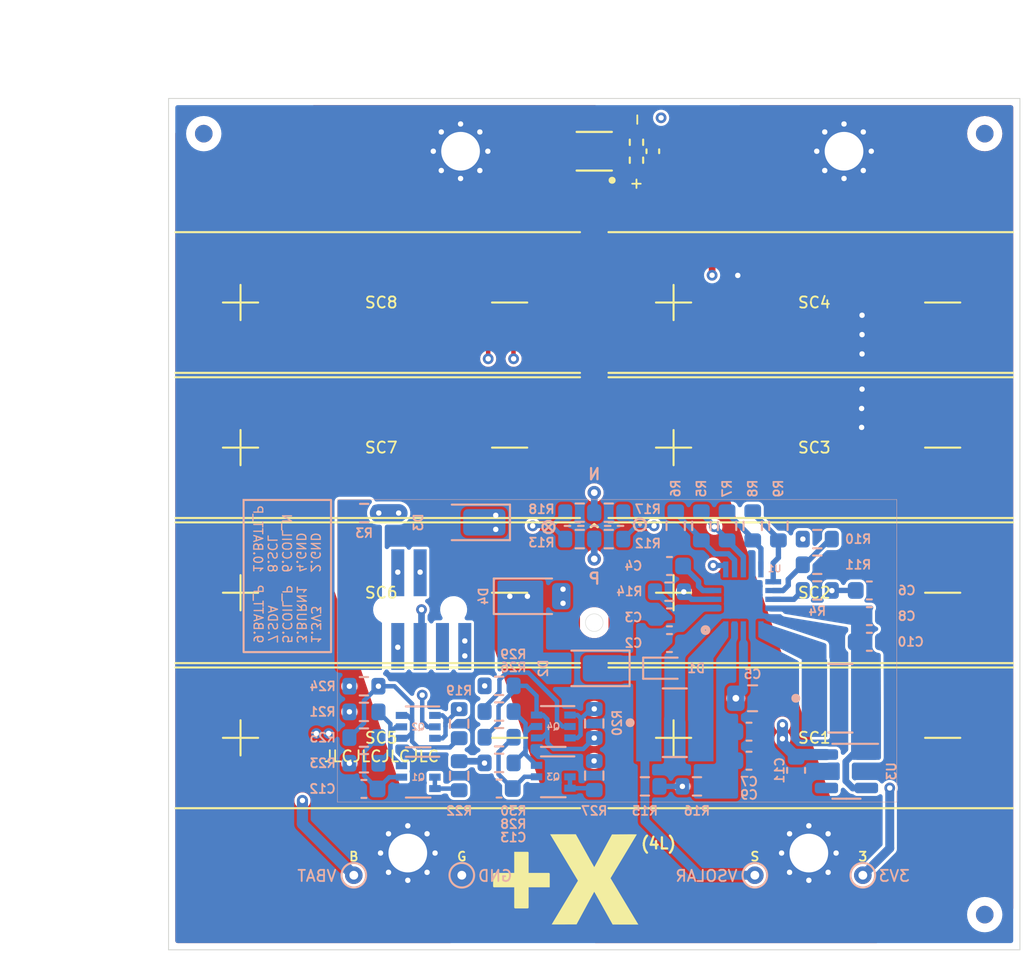
<source format=kicad_pcb>
(kicad_pcb (version 20221018) (generator pcbnew)
  (layers (0 "F.Cu" signal "Top") (1 "In1.Cu" signal) (2 "In2.Cu" signal) (31 "B.Cu" signal "Bottom") (34 "B.Paste" user) (35 "F.Paste" user) (36 "B.SilkS" user "B.Silkscreen") (37 "F.SilkS" user "F.Silkscreen") (38 "B.Mask" user) (39 "F.Mask" user) (44 "Edge.Cuts" user))
  (net 0 "")
  (net 1 "GND")
  (net 2 "+3V3")
  (net 3 "Net-(U1-VREF_SAMP)")
  (net 4 "Net-(U1-VSTOR)")
  (net 5 "VOUT_EN")
  (net 6 "VSOLAR")
  (net 7 "VBAT_OK")
  (net 8 "SDA")
  (net 9 "BATT_P")
  (net 10 "COIL_N")
  (net 11 "COIL_P")
  (net 12 "Net-(D3-K)")
  (net 13 "Net-(U1-LBOOST)")
  (net 14 "Net-(U1-LBUCK)")
  (net 15 "Net-(U1-VBAT_OV)")
  (net 16 "Net-(U1-OK_HYST)")
  (net 17 "Net-(U1-OK_PROG)")
  (net 18 "/coil")
  (net 19 "/VSOLAR_FULL")
  (net 20 "BURN1")
  (net 21 "Net-(U1-VOUT_SET)")
  (net 22 "Net-(U1-VOC_SAMP)")
  (net 23 "SCL")
  (net 24 "Net-(Q1B-G1)")
  (net 25 "Net-(Q3B-G1)")
  (net 26 "Net-(Q1A-G2)")
  (net 27 "SCL_LS")
  (net 28 "Net-(Q1A-D1)")
  (net 29 "Net-(Q2A-B1)")
  (net 30 "Net-(Q3A-G2)")
  (net 31 "SDA_LS")
  (net 32 "Net-(Q3A-D1)")
  (net 33 "Net-(Q4A-B1)")
  (net 34 "VBAT")
  (net 35 "Net-(U1-VRDIV)")
  (net 36 "Net-(U2-ADDR)")
  (net 38 "Net-(U1-VOUT)")
  (footprint "solarpanels:KXOB25-05X3F" (layer "F.Cu") (at 83.89 78.65)
    (fp_text reference "SC5")
    (fp_text value "SolarCell_Small")
  )
  (footprint "solarpanels:KXOB25-05X3F" (layer "F.Cu") (at 83.89 70.4)
    (fp_text reference "SC6")
    (fp_text value "SolarCell_Small")
  )
  (footprint "solarpanels:KXOB25-05X3F" (layer "F.Cu") (at 83.89 62.149996)
    (fp_text reference "SC7")
    (fp_text value "SolarCell_Small")
  )
  (footprint "solarpanels:KXOB25-05X3F" (layer "F.Cu") (at 108.51 78.65)
    (fp_text reference "SC1")
    (fp_text value "SolarCell_Small")
  )
  (footprint "solarpanels:KXOB25-05X3F" (layer "F.Cu") (at 108.51 70.4)
    (fp_text reference "SC2")
    (fp_text value "SolarCell_Small")
  )
  (footprint "solarpanels:KXOB25-05X3F" (layer "F.Cu") (at 108.51 62.149996)
    (fp_text reference "SC3")
    (fp_text value "SolarCell_Small")
  )
  (footprint "solarpanels:KXOB25-05X3F" (layer "F.Cu") (at 108.51 53.9)
    (fp_text reference "SC4")
    (fp_text value "SolarCell_Small")
  )
  (footprint "Capacitor_SMD:C_0402_1005Metric" (layer "F.Cu") (at 110.03 45.3 -90)
    (fp_text reference "C1" hide)
    (fp_text value "0.1uF")
  )
  (footprint "Resistor_SMD:R_0402_1005Metric" (layer "F.Cu") (at 109.1 45.81 -90)
    (fp_text reference "R1" hide)
    (fp_text value "0R")
  )
  (footprint "Resistor_SMD:R_0402_1005Metric" (layer "F.Cu") (at 109.1 44.79 -90)
    (fp_text reference "R2" hide)
    (fp_text value "0R")
  )
  (footprint "solarpanels:MountingHole_2.2mm_M2_DIN965_Pad_TopBottom" (layer "F.Cu") (at 99.100005 45.300011)
    (fp_text reference "H2" hide)
    (fp_text value "MountingHole")
  )
  (footprint "solarpanels:KXOB25-05X3F" (layer "F.Cu") (at 83.89 53.9)
    (fp_text reference "SC8")
    (fp_text value "SolarCell_Small")
  )
  (footprint "Fiducial:Fiducial_1mm_Mask2mm" (layer "F.Cu") (at 128.9 88.7)
    (fp_text reference "REF**" hide)
    (fp_text value "Fiducial_1mm_Mask2mm")
  )
  (footprint "Fiducial:Fiducial_1mm_Mask2mm" (layer "F.Cu") (at 128.9 44.3)
    (fp_text reference "REF**" hide)
    (fp_text value "Fiducial_1mm_Mask2mm")
  )
  (footprint "solarpanels:MountingHole_2.2mm_M2_DIN965_Pad_TopBottom" (layer "F.Cu") (at 118.9 85.2)
    (fp_text reference "H4" hide)
    (fp_text value "MountingHole")
  )
  (footprint "solarpanels:MountingHole_2.2mm_M2_DIN965_Pad_TopBottom" (layer "F.Cu") (at 96.1 85.2)
    (fp_text reference "H3" hide)
    (fp_text value "MountingHole")
  )
  (footprint "Fiducial:Fiducial_1mm_Mask2mm" (layer "F.Cu") (at 84.5 44.3)
    (fp_text reference "REF**" hide)
    (fp_text value "Fiducial_1mm_Mask2mm")
  )
  (footprint "solarpanels:OPT3001" (layer "F.Cu") (at 106.7 45.3 180)
    (fp_text reference "U2" hide)
    (fp_text value "OPT3001")
  )
  (footprint "X Label" (layer "F.Cu") (at 106.7 88.205445)
    (fp_text reference "REF**" hide)
    (fp_text value "X Label" hide)
  )
  (footprint "solarpanels:MountingHole_2.2mm_M2_DIN965_Pad_TopBottom" (layer "F.Cu") (at 120.900012 45.300011)
    (fp_text reference "H1" hide)
    (fp_text value "MountingHole")
  )
  (footprint "Capacitor_SMD:C_0805_2012Metric" (layer "B.Cu") (at 115.7 76.4)
    (fp_text reference "C5")
    (fp_text value "100uF")
  )
  (footprint "Capacitor_SMD:C_0603_1608Metric" (layer "B.Cu") (at 115.5 79.95)
    (fp_text reference "C9")
    (fp_text value "0.1uF")
  )
  (footprint "Capacitor_SMD:C_0603_1608Metric" (layer "B.Cu") (at 122.34 71.73)
    (fp_text reference "C8")
    (fp_text value "22uF")
  )
  (footprint "Capacitor_SMD:C_0603_1608Metric" (layer "B.Cu") (at 122.34 70.27)
    (fp_text reference "C6")
    (fp_text value "1uF")
  )
  (footprint "Capacitor_SMD:C_0603_1608Metric" (layer "B.Cu") (at 110.975 68.88 180)
    (fp_text reference "C4")
    (fp_text value "10nF")
  )
  (footprint "solarpanels:LPS4018" (layer "B.Cu") (at 120.7 76.4)
    (fp_text reference "L2" hide)
    (fp_text value "10uH-LPS4018-103MR" hide)
  )
  (footprint "Resistor_SMD:R_0603_1608Metric" (layer "B.Cu") (at 109.58 81.41)
    (fp_text reference "R15")
    (fp_text value "DNI (0R)")
  )
  (footprint "Resistor_SMD:R_0603_1608Metric" (layer "B.Cu") (at 117.17 66.6 -90)
    (fp_text reference "R9")
    (fp_text value "4.53M")
  )
  (footprint "Resistor_SMD:R_0603_1608Metric" (layer "B.Cu") (at 119.38 68.81 180)
    (fp_text reference "R11")
    (fp_text value "4.75M")
  )
  (footprint "Resistor_SMD:R_0603_1608Metric" (layer "B.Cu") (at 114.25 66.6 -90)
    (fp_text reference "R7")
    (fp_text value "374K")
  )
  (footprint "Resistor_SMD:R_0603_1608Metric" (layer "B.Cu") (at 119.38 70.27)
    (fp_text reference "R4")
    (fp_text value "0R")
  )
  (footprint "Resistor_SMD:R_0603_1608Metric" (layer "B.Cu") (at 115.71 66.6 -90)
    (fp_text reference "R8")
    (fp_text value "8.25M")
  )
  (footprint "Resistor_SMD:R_0603_1608Metric" (layer "B.Cu") (at 110.975 70.34 180)
    (fp_text reference "R14")
    (fp_text value "DNI (0R)")
  )
  (footprint "Resistor_SMD:R_0603_1608Metric" (layer "B.Cu") (at 119.38 67.35 180)
    (fp_text reference "R10")
    (fp_text value "8.25M")
  )
  (footprint "solarpanels:QFN50P350X350X100-21N-D" (layer "B.Cu") (at 115.175 70.775)
    (fp_text reference "U1")
    (fp_text value "BQ25570RGRR" hide)
  )
  (footprint "solarpanels:LPS4018" (layer "B.Cu") (at 111.27924 77.78963)
    (fp_text reference "L1" hide)
    (fp_text value "22uH-LPS4018-223MR" hide)
  )
  (footprint "Resistor_SMD:R_0603_1608Metric" (layer "B.Cu") (at 112.54 81.41 180)
    (fp_text reference "R16")
    (fp_text value "0R")
  )
  (footprint "Resistor_SMD:R_0603_1608Metric" (layer "B.Cu") (at 112.79 66.6 90)
    (fp_text reference "R5")
    (fp_text value "7.32M")
  )
  (footprint "Capacitor_SMD:C_0603_1608Metric" (layer "B.Cu") (at 115.5 78.3)
    (fp_text reference "C7")
    (fp_text value "4.7uF")
  )
  (footprint "Resistor_SMD:R_0603_1608Metric" (layer "B.Cu") (at 111.33 66.6 90)
    (fp_text reference "R6")
    (fp_text value "5.62M")
  )
  (footprint "Capacitor_SMD:C_0603_1608Metric" (layer "B.Cu") (at 110.975 71.8 180)
    (fp_text reference "C3")
    (fp_text value "4.7uF")
  )
  (footprint "TestPoint:TestPoint_THTPad_D1.0mm_Drill0.5mm" (layer "B.Cu") (at 99.17 86.46)
    (fp_text reference "TP2" hide)
    (fp_text value "TP")
  )
  (footprint "TestPoint:TestPoint_THTPad_D1.0mm_Drill0.5mm" (layer "B.Cu") (at 121.97 86.46)
    (fp_text reference "TP3" hide)
    (fp_text value "TP")
  )
  (footprint "TestPoint:TestPoint_THTPad_D1.0mm_Drill0.5mm" (layer "B.Cu") (at 93.03 86.46)
    (fp_text reference "TP4" hide)
    (fp_text value "TP")
  )
  (footprint "TestPoint:TestPoint_THTPad_D1.0mm_Drill0.5mm" (layer "B.Cu") (at 115.83 86.46)
    (fp_text reference "TP1" hide)
    (fp_text value "TP")
  )
  (footprint "Resistor_SMD:R_0603_1608Metric" (layer "B.Cu") (at 105.875 65.85)
    (fp_text reference "R18")
    (fp_text value "0R")
  )
  (footprint "Resistor_SMD:R_0603_1608Metric" (layer "B.Cu") (at 107.525 65.85)
    (fp_text reference "R17")
    (fp_text value "0R")
  )
  (footprint "Resistor_SMD:R_0603_1608Metric" (layer "B.Cu") (at 107.525 67.35)
    (fp_text reference "R12")
    (fp_text value "0R")
  )
  (footprint "Resistor_SMD:R_0603_1608Metric" (layer "B.Cu") (at 105.875 67.35)
    (fp_text reference "R13")
    (fp_text value "0R")
  )
  (footprint "Diode_SMD:D_SOD-523" (layer "B.Cu") (at 110.74 74.69)
    (fp_text reference "D1")
    (fp_text value "SZMM5Z5V1T1G")
  )
  (footprint "custom-footprints:pycubed_mini_half" (layer "B.Cu") (at 107 44.5 180)
    (fp_text reference "Ref**" hide)
    (fp_text value "Val**" hide)
  )
  (footprint "Resistor_SMD:R_0603_1608Metric" (layer "B.Cu") (at 99.02 80.805 -90)
    (fp_text reference "R22")
    (fp_text value "100K")
  )
  (footprint "Resistor_SMD:R_0603_1608Metric" (layer "B.Cu") (at 101.29 77.155)
    (fp_text reference "R26")
    (fp_text value "680R")
  )
  (footprint "Diode_SMD:D_PowerDI-123" (layer "B.Cu") (at 99.6 66.4 180)
    (fp_text reference "D3")
    (fp_text value "DFLS130L-7")
  )
  (footprint "Capacitor_SMD:C_0603_1608Metric" (layer "B.Cu") (at 118.175 80.5 -90)
    (fp_text reference "C11")
    (fp_text value "0.1uF")
  )
  (footprint "Diode_SMD:D_PowerDI-123" (layer "B.Cu") (at 106.4 74.7 180)
    (fp_text reference "D2")
    (fp_text value "DFLS130L-7")
  )
  (footprint "Resistor_SMD:R_0603_1608Metric" (layer "B.Cu") (at 93.605 77.175)
    (fp_text reference "R21")
    (fp_text value "680R")
  )
  (footprint "Resistor_SMD:R_0603_1608Metric" (layer "B.Cu") (at 106.7 77.835 90)
    (fp_text reference "R20")
    (fp_text value "DNI (0R)")
  )
  (footprint "Capacitor_SMD:C_0603_1608Metric" (layer "B.Cu") (at 93.605 81.555 180)
    (fp_text reference "C12")
    (fp_text value "10nF")
  )
  (footprint "Resistor_SMD:R_0603_1608Metric" (layer "B.Cu") (at 106.7 80.795 -90)
    (fp_text reference "R27")
    (fp_text value "100K")
  )
  (footprint "Resistor_SMD:R_0603_1608Metric" (layer "B.Cu") (at 99.02 77.845 90)
    (fp_text reference "R19")
    (fp_text value "DNI (0R)")
  )
  (footprint "Resistor_SMD:R_0603_1608Metric" (layer "B.Cu") (at 93.605 80.095)
    (fp_text reference "R23")
    (fp_text value "10K")
  )
  (footprint "Resistor_SMD:R_0603_1608Metric" (layer "B.Cu") (at 101.29 78.615)
    (fp_text reference "R30")
    (fp_text value "200K")
  )
  (footprint "Resistor_SMD:R_0603_1608Metric" (layer "B.Cu") (at 93.605 75.715)
    (fp_text reference "R24")
    (fp_text value "10K")
  )
  (footprint "Package_TO_SOT_SMD:SOT-363_SC-70-6" (layer "B.Cu") (at 104.37 80.865 180)
    (fp_text reference "Q3")
    (fp_text value "NX3008NBKS")
  )
  (footprint "Fiducial:Fiducial_1mm_Mask2mm" (layer "B.Cu") (at 84.5 44.3 180)
    (fp_text reference "REF**" hide)
    (fp_text value "Fiducial_1mm_Mask2mm")
  )
  (footprint "Resistor_SMD:R_0603_1608Metric" (layer "B.Cu") (at 93.605 78.635)
    (fp_text reference "R25")
    (fp_text value "200K")
  )
  (footprint "Package_TO_SOT_SMD:SOT-363_SC-70-6" (layer "B.Cu") (at 96.69 78.025 180)
    (fp_text reference "Q2")
    (fp_text value "MBT2222ADW1T1")
  )
  (footprint "Resistor_SMD:R_0603_1608Metric" (layer "B.Cu") (at 101.29 75.695)
    (fp_text reference "R29")
    (fp_text value "10K")
  )
  (footprint "Package_TO_SOT_SMD:SOT-363_SC-70-6" (layer "B.Cu") (at 96.69 80.885 180)
    (fp_text reference "Q1")
    (fp_text value "NX3008NBKS")
  )
  (footprint "Package_TO_SOT_SMD:SOT-23-5" (layer "B.Cu") (at 121.0375 80.55 180)
    (fp_text reference "U3")
    (fp_text value "MAX40200AUK")
  )
  (footprint "Resistor_SMD:R_0603_1608Metric" (layer "B.Cu") (at 93.62 65.87)
    (fp_text reference "R3")
    (fp_text value "0R")
  )
  (footprint "Fiducial:Fiducial_1mm_Mask2mm" (layer "B.Cu") (at 128.9 88.7 180)
    (fp_text reference "REF**" hide)
    (fp_text value "Fiducial_1mm_Mask2mm")
  )
  (footprint "Capacitor_SMD:C_0603_1608Metric" (layer "B.Cu") (at 110.975 73.26)
    (fp_text reference "C2")
    (fp_text value "0.1uF")
  )
  (footprint "Package_TO_SOT_SMD:SOT-363_SC-70-6" (layer "B.Cu") (at 104.37 78.005 180)
    (fp_text reference "Q4")
    (fp_text value "MBT2222ADW1T1")
  )
  (footprint "Capacitor_SMD:C_0603_1608Metric" (layer "B.Cu") (at 101.29 81.535 180)
    (fp_text reference "C13")
    (fp_text value "10nF")
  )
  (footprint "Resistor_SMD:R_0603_1608Metric" (layer "B.Cu") (at 101.29 80.075)
    (fp_text reference "R28")
    (fp_text value "10K")
  )
  (footprint "Capacitor_SMD:C_0603_1608Metric" (layer "B.Cu") (at 122.34 73.19)
    (fp_text reference "C10")
    (fp_text value "0.1uF")
  )
  (footprint "Fiducial:Fiducial_1mm_Mask2mm" (layer "B.Cu") (at 128.9 44.3 180)
    (fp_text reference "REF**" hide)
    (fp_text value "Fiducial_1mm_Mask2mm")
  )
  (footprint "solarpanels:SAMTEC-FTS-105-01-X-DV-A" (layer "B.Cu") (at 96.8 71.36 180)
    (fp_text reference "J1" hide)
    (fp_text value "FTS-105-01-X-DV-A")
  )
  (footprint "Diode_SMD:D_PowerDI-123" (layer "B.Cu") (at 103.3 70.6)
    (fp_text reference "D4")
    (fp_text value "DFLS130L-7")
  )
  (gr_line (start 107.30325 66.6) (end 107.62075 66.6) (stroke (width 0.12)) (layer "B.SilkS"))
  (gr_line (start 106.85875 66.6) (end 106.54125 66.6) (stroke (width 0.12)) (layer "B.SilkS"))
  (gr_line (start 106.09675 66.6) (end 105.77925 66.6) (stroke (width 0.12)) (layer "B.SilkS"))
  (gr_line (start 108.351 66.6) (end 108.0335 66.6) (stroke (width 0.12)) (layer "B.SilkS"))
  (gr_line (start 105.01725 66.6) (end 105.33475 66.6) (stroke (width 0.12)) (layer "B.SilkS"))
  (gr_line (start 123.9 65.1) (end 123.9 82.3) (stroke (width 0.0254)) (layer "B.SilkS"))
  (gr_rect (start 86.765 65.125) (end 91.735 73.775) (stroke (width 0.12)) (fill none) (layer "B.SilkS"))
  (gr_line (start 92.1 75.4) (end 92.1 73.8) (stroke (width 0.0254)) (layer "B.SilkS"))
  (gr_line (start 123.9 82.3) (end 92.1 82.3) (stroke (width 0.0254)) (layer "B.SilkS"))
  (gr_line (start 92.1 82.3) (end 92.1 75.4) (stroke (width 0.0254)) (layer "B.SilkS"))
  (gr_line (start 92.1 65.1) (end 123.9 65.1) (stroke (width 0.0254)) (layer "B.SilkS"))
  (gr_line (start 92.1 73.8) (end 92.1 65.1) (stroke (width 0.0254)) (layer "B.SilkS"))
  (gr_line (start 82.5 90.7) (end 82.5 42.3) (stroke (width 0.05)) (layer "Edge.Cuts"))
  (gr_line (start 82.5 42.3) (end 130.9 42.3) (stroke (width 0.05)) (layer "Edge.Cuts"))
  (gr_line (start 82.5 90.7) (end 130.9 90.7) (stroke (width 0.05)) (layer "Edge.Cuts"))
  (gr_line (start 130.9 42.3) (end 130.9 90.7) (stroke (width 0.05)) (layer "Edge.Cuts"))
  (gr_circle (center 106.7 72.1) (end 107.2 72.1) (stroke (width 0.0254)) (fill none) (layer "Edge.Cuts"))
  (gr_text "GND" (at 102.1 86.5) (layer "B.SilkS") (effects (font (size 0.635 0.635) (thickness 0.1016)) (justify left mirror)))
  (gr_text "VSOLAR" (at 114.9 86.5) (layer "B.SilkS") (effects (font (size 0.635 0.635) (thickness 0.1016)) (justify left mirror)))
  (gr_text "VBAT" (at 92.1 86.5) (layer "B.SilkS") (effects (font (size 0.635 0.635) (thickness 0.1016)) (justify left mirror)))
  (gr_text "3V3" (at 124.7 86.5) (layer "B.SilkS") (effects (font (size 0.635 0.635) (thickness 0.1016)) (justify left mirror)))
  (gr_text "⊙" (at 109.3 66.6 180) (layer "B.SilkS") (effects (font (size 0.889 0.889) (thickness 0.127)) (justify mirror)))
  (gr_text "P" (at 106.7 69.6) (layer "B.SilkS") (effects (font (size 0.635 0.635) (thickness 0.127)) (justify mirror)))
  (gr_text "N" (at 106.7 63.6 180) (layer "B.SilkS") (effects (font (size 0.635 0.635) (thickness 0.127)) (justify mirror)))
  (gr_text "⊗" (at 104.1 66.6) (layer "B.SilkS") (effects (font (size 0.889 0.889) (thickness 0.127)) (justify mirror)))
  (gr_text "2.GND\n4.GND\n6.COIL_N\n8.SCL\n10.BATT_P" (at 89.21 69.3 270) (layer "B.SilkS") (effects (font (size 0.508 0.508) (thickness 0.0762)) (justify left mirror)))
  (gr_text "1.3V3\n3.BURN1\n5.COIL_P\n7.SDA\n9.BATT_P" (at 89.23 73.325 270) (layer "B.SilkS") (effects (font (size 0.508 0.508) (thickness 0.0762)) (justify left mirror)))
  (gr_text "B" (at 93.03 85.4) (layer "F.SilkS") (effects (font (size 0.508 0.508) (thickness 0.1016))))
  (gr_text "3" (at 121.97 85.4) (layer "F.SilkS") (effects (font (size 0.508 0.508) (thickness 0.1016))))
  (gr_text "G" (at 99.17 85.4) (layer "F.SilkS") (effects (font (size 0.508 0.508) (thickness 0.1016))))
  (gr_text "JLCJLCJLCJLC" (at 94.6 79.7) (layer "F.SilkS") (effects (font (size 0.635 0.635) (thickness 0.1016))))
  (gr_text "(4L)" (at 110.35 84.65) (layer "F.SilkS") (effects (font (size 0.635 0.635) (thickness 0.127))))
  (gr_text "S" (at 115.83 85.4) (layer "F.SilkS") (effects (font (size 0.508 0.508) (thickness 0.1016))))
  (gr_text "+" (at 109.1 47.1) (layer "F.SilkS") (effects (font (size 0.635 0.635) (thickness 0.1016))))
  (gr_text "^" (at 106.7 67.11) (layer "F.SilkS") (effects (font (size 1 1))))
  (gr_text "-" (at 109.1 43.5 90) (layer "F.SilkS") (effects (font (size 0.635 0.635) (thickness 0.1016))))
  (segment (start 114.86 52.36) (end 114.86 47.26) (width 0.381) (layer "F.Cu") (net 1))
  (segment (start 107.695 44.65) (end 107.35 44.65) (width 0.381) (layer "F.Cu") (net 1))
  (segment (start 112.25 44.65) (end 107.695 44.65) (width 0.381) (layer "F.Cu") (net 1))
  (segment (start 107.35 44.65) (end 106.7 45.3) (width 0.381) (layer "F.Cu") (net 1))
  (segment (start 114.86 47.26) (end 112.25 44.65) (width 0.381) (layer "F.Cu") (net 1))
  (via (at 121.925 54.625) (size 0.6096) (drill 0.3048) (layers "F.Cu" "B.Cu") (net 1))
  (via (at 114.86 52.36) (size 0.6096) (drill 0.3048) (layers "F.Cu" "B.Cu") (net 1))
  (via (at 121.925 58.825) (size 0.6096) (drill 0.3048) (layers "F.Cu" "B.Cu") (net 1))
  (via (at 121.925 55.725) (size 0.6096) (drill 0.3048) (layers "F.Cu" "B.Cu") (net 1))
  (via (at 121.925 56.825) (size 0.6096) (drill 0.3048) (layers "F.Cu" "B.Cu") (net 1))
  (via (at 121.9 59.925) (size 0.6096) (drill 0.3048) (layers "F.Cu" "B.Cu") (net 1))
  (via (at 121.9 61) (size 0.6096) (drill 0.3048) (layers "F.Cu" "B.Cu") (net 1))
  (segment (start 113.4 52.35) (end 113.4 47.85) (width 0.381) (layer "F.Cu") (net 2))
  (segment (start 113.4 47.85) (end 111.5 45.95) (width 0.381) (layer "F.Cu") (net 2))
  (segment (start 111.5 45.95) (end 107.4 45.95) (width 0.381) (layer "F.Cu") (net 2))
  (via (at 117.4 78.7) (size 0.6096) (drill 0.3048) (layers "F.Cu" "B.Cu") (net 2))
  (via (at 117.4 77.9) (size 0.6096) (drill 0.3048) (layers "F.Cu" "B.Cu") (net 2))
  (via (at 99.34 73.14) (size 0.6096) (drill 0.3048) (layers "F.Cu" "B.Cu") (net 2))
  (via (at 92.78 80.095) (size 0.6096) (drill 0.3048) (layers "F.Cu" "B.Cu") (net 2))
  (via (at 92.78 75.715) (size 0.6096) (drill 0.3048) (layers "F.Cu" "B.Cu") (net 2))
  (via (at 123.5 81.5) (size 0.6096) (drill 0.3048) (layers "F.Cu" "B.Cu") (net 2))
  (via (at 106.69 79.96) (size 0.6096) (drill 0.3048) (layers "F.Cu" "B.Cu") (net 2))
  (via (at 99.34 73.99) (size 0.6096) (drill 0.3048) (layers "F.Cu" "B.Cu") (net 2))
  (via (at 113.4 52.35) (size 0.6096) (drill 0.3048) (layers "F.Cu" "B.Cu") (net 2))
  (via (at 100.46 80.085) (size 0.6096) (drill 0.3048) (layers "F.Cu" "B.Cu") (net 2))
  (via (at 100.47 75.695) (size 0.6096) (drill 0.3048) (layers "F.Cu" "B.Cu") (net 2))
  (segment (start 119.9 79.6) (end 118.2 79.6) (width 0.635) (layer "B.Cu") (net 2))
  (segment (start 99.02 79.98) (end 100.355 79.98) (width 0.381) (layer "B.Cu") (net 2))
  (segment (start 123.5 84.93) (end 123.5 81.5) (width 0.508) (layer "B.Cu") (net 2))
  (segment (start 118.2 79.6) (end 119.3 79.6) (width 0.635) (layer "B.Cu") (net 2))
  (segment (start 117.4 78.95) (end 117.4 77.9) (width 0.635) (layer "B.Cu") (net 2))
  (segment (start 118.175 79.725) (end 117.4 78.95) (width 0.635) (layer "B.Cu") (net 2))
  (segment (start 121.97 86.46) (end 123.5 84.93) (width 0.508) (layer "B.Cu") (net 2))
  (segment (start 112.63 70.03) (end 112.63 69.76) (width 0.3048) (layer "B.Cu") (net 3))
  (segment (start 113.475 70.275) (end 112.875 70.275) (width 0.3048) (layer "B.Cu") (net 3))
  (segment (start 112.63 69.76) (end 111.75 68.88) (width 0.3048) (layer "B.Cu") (net 3))
  (segment (start 112.875 70.275) (end 112.63 70.03) (width 0.3048) (layer "B.Cu") (net 3))
  (via (at 120.21 70.28) (size 0.6096) (drill 0.3048) (layers "F.Cu" "B.Cu") (net 5))
  (via (at 113.46 68.85) (size 0.6096) (drill 0.3048) (layers "F.Cu" "B.Cu") (net 5))
  (segment (start 113.46 68.85) (end 114.0356 68.85) (width 0.3048) (layer "B.Cu") (net 5))
  (segment (start 120.205 70.27) (end 121.565 70.27) (width 0.3048) (layer "B.Cu") (net 5))
  (segment (start 112.66 86.46) (end 115.83 86.46) (width 0.508) (layer "B.Cu") (net 6))
  (segment (start 109.58 78.00932) (end 109.58 83.38) (width 0.508) (layer "B.Cu") (net 6))
  (segment (start 109.58 83.38) (end 112.66 86.46) (width 0.508) (layer "B.Cu") (net 6))
  (segment (start 111.68 71.8) (end 110.22 70.34) (width 0.381) (layer "B.Cu") (net 6))
  (segment (start 118.05 70.775) (end 118.555 70.27) (width 0.3048) (layer "B.Cu") (net 7))
  (segment (start 116.875 70.775) (end 118.05 70.775) (width 0.3048) (layer "B.Cu") (net 7))
  (via (at 106.7 77.005) (size 0.6096) (drill 0.3048) (layers "F.Cu" "B.Cu") (net 8))
  (via (at 95.53 73.5) (size 0.6096) (drill 0.3048) (layers "F.Cu" "B.Cu") (net 8))
  (segment (start 105.7538 78.655) (end 105.9244 78.4844) (width 0.254) (layer "B.Cu") (net 8))
  (segment (start 105.32 78.655) (end 105.7538 78.655) (width 0.254) (layer "B.Cu") (net 8))
  (segment (start 106.51 77.005) (end 105.9844 77.5306) (width 0.254) (layer "B.Cu") (net 8))
  (segment (start 105.32 77.355) (end 105.7488 77.355) (width 0.254) (layer "B.Cu") (net 8))
  (segment (start 105.9244 78.4844) (end 105.9244 77.5306) (width 0.254) (layer "B.Cu") (net 8))
  (segment (start 105.7488 77.355) (end 105.9244 77.5306) (width 0.254) (layer "B.Cu") (net 8))
  (via (at 96.8 69.23) (size 0.6096) (drill 0.3048) (layers "F.Cu" "B.Cu") (net 10))
  (via (at 106.7 64.71) (size 0.762) (drill 0.381) (layers "F.Cu" "B.Cu") (net 10))
  (segment (start 106.7 64.71) (end 106.7 65.85) (width 0.381) (layer "B.Cu") (net 10))
  (via (at 96.88 71.36) (size 0.6096) (drill 0.3048) (layers "F.Cu" "B.Cu") (net 11))
  (via (at 106.7 68.48) (size 0.762) (drill 0.381) (layers "F.Cu" "B.Cu") (net 11))
  (segment (start 96.88 71.36) (end 96.88 73.3745) (width 0.381) (layer "B.Cu") (net 11))
  (segment (start 106.7 67.35) (end 106.7 68.48) (width 0.381) (layer "B.Cu") (net 11))
  (via (at 104.925 71) (size 0.6096) (drill 0.3048) (layers "F.Cu" "B.Cu") (net 12))
  (via (at 104.925 70.2) (size 0.6096) (drill 0.3048) (layers "F.Cu" "B.Cu") (net 12))
  (via (at 101.1 66) (size 0.6096) (drill 0.3048) (layers "F.Cu" "B.Cu") (net 12))
  (via (at 101.1 66.8) (size 0.6096) (drill 0.3048) (layers "F.Cu" "B.Cu") (net 12))
  (segment (start 114.675 69.075) (end 114.675 68.535) (width 0.3048) (layer "B.Cu") (net 15))
  (segment (start 112.79 67.34) (end 111.33 65.88) (width 0.3048) (layer "B.Cu") (net 15))
  (segment (start 113.555 68.19) (end 112.79 67.425) (width 0.3048) (layer "B.Cu") (net 15))
  (segment (start 114.675 68.535) (end 114.33 68.19) (width 0.3048) (layer "B.Cu") (net 15))
  (segment (start 114.33 68.19) (end 113.555 68.19) (width 0.3048) (layer "B.Cu") (net 15))
  (segment (start 116.175 69.075) (end 116.175 67.89) (width 0.3048) (layer "B.Cu") (net 16))
  (segment (start 115.71 67.32) (end 114.25 65.86) (width 0.3048) (layer "B.Cu") (net 16))
  (segment (start 116.175 67.89) (end 115.71 67.425) (width 0.3048) (layer "B.Cu") (net 16))
  (segment (start 116.875 68.705) (end 117.17 68.41) (width 0.3048) (layer "B.Cu") (net 17))
  (segment (start 117.17 68.41) (end 117.17 67.425) (width 0.3048) (layer "B.Cu") (net 17))
  (segment (start 116.875 69.775) (end 116.875 68.705) (width 0.3048) (layer "B.Cu") (net 17))
  (segment (start 117.17 67.33) (end 115.71 65.87) (width 0.3048) (layer "B.Cu") (net 17))
  (via (at 103.2 66.6) (size 0.6096) (drill 0.3048) (layers "F.Cu" "B.Cu") (net 18))
  (via (at 110.500008 43.399989) (size 0.6096) (drill 0.3048) (layers "F.Cu" "B.Cu") (net 18))
  (via (at 110.1 66.6) (size 0.6096) (drill 0.3048) (layers "F.Cu" "B.Cu") (net 18))
  (segment (start 104.3 66.6) (end 103.2 66.6) (width 0.254) (layer "B.Cu") (net 18))
  (segment (start 105.05 67.35) (end 104.3 66.6) (width 0.254) (layer "B.Cu") (net 18))
  (segment (start 109.1 66.6) (end 108.35 67.35) (width 0.254) (layer "B.Cu") (net 18))
  (segment (start 105.05 65.85) (end 104.3 66.6) (width 0.254) (layer "B.Cu") (net 18))
  (segment (start 109.4 66.6) (end 109.1 66.6) (width 0.254) (layer "B.Cu") (net 18))
  (segment (start 109.1 66.6) (end 108.35 65.85) (width 0.254) (layer "B.Cu") (net 18))
  (segment (start 110.1 66.6) (end 109.4 66.6) (width 0.254) (layer "B.Cu") (net 18))
  (via (at 101.9 70.6) (size 0.6096) (drill 0.3048) (layers "F.Cu" "B.Cu") (net 19))
  (via (at 102.9 70.6) (size 0.6096) (drill 0.3048) (layers "F.Cu" "B.Cu") (net 19))
  (via (at 91.6 78.4) (size 0.6096) (drill 0.3048) (layers "F.Cu" "B.Cu") (net 19))
  (via (at 90.9 78.4) (size 0.6096) (drill 0.3048) (layers "F.Cu" "B.Cu") (net 19))
  (segment (start 117.73 69.98) (end 117.73 69.635) (width 0.3048) (layer "B.Cu") (net 21))
  (segment (start 117.435 70.275) (end 117.73 69.98) (width 0.3048) (layer "B.Cu") (net 21))
  (segment (start 118.65 68.81) (end 120.11 67.35) (width 0.3048) (layer "B.Cu") (net 21))
  (segment (start 116.875 70.275) (end 117.435 70.275) (width 0.3048) (layer "B.Cu") (net 21))
  (segment (start 117.73 69.635) (end 118.555 68.81) (width 0.3048) (layer "B.Cu") (net 21))
  (via (at 111.79 70.35) (size 0.6096) (drill 0.3048) (layers "F.Cu" "B.Cu") (net 22))
  (via (at 111.71 81.41) (size 0.6096) (drill 0.3048) (layers "F.Cu" "B.Cu") (net 22))
  (segment (start 112.235 70.775) (end 111.8 70.34) (width 0.3048) (layer "B.Cu") (net 22))
  (segment (start 110.405 81.41) (end 111.715 81.41) (width 0.3048) (layer "B.Cu") (net 22))
  (segment (start 113.475 70.775) (end 112.235 70.775) (width 0.3048) (layer "B.Cu") (net 22))
  (via (at 95.53 69.23) (size 0.6096) (drill 0.3048) (layers "F.Cu" "B.Cu") (net 23))
  (via (at 99.02 77.02) (size 0.6096) (drill 0.3048) (layers "F.Cu" "B.Cu") (net 23))
  (segment (start 98.0738 78.675) (end 97.64 78.675) (width 0.254) (layer "B.Cu") (net 23))
  (segment (start 98.2444 77.7956) (end 99.02 77.02) (width 0.254) (layer "B.Cu") (net 23))
  (segment (start 98.2444 78.5044) (end 98.0738 78.675) (width 0.254) (layer "B.Cu") (net 23))
  (segment (start 98.2444 78.0006) (end 98.2444 77.7956) (width 0.254) (layer "B.Cu") (net 23))
  (segment (start 98.2444 77.5456) (end 98.2444 78.0006) (width 0.254) (layer "B.Cu") (net 23))
  (segment (start 97.64 77.375) (end 98.0738 77.375) (width 0.254) (layer "B.Cu") (net 23))
  (segment (start 98.0738 77.375) (end 98.2444 77.5456) (width 0.254) (layer "B.Cu") (net 23))
  (segment (start 98.2444 78.0006) (end 98.2444 78.5044) (width 0.254) (layer "B.Cu") (net 23))
  (segment (start 95.05 80.885) (end 94.38 81.555) (width 0.254) (layer "B.Cu") (net 24))
  (segment (start 95.74 80.885) (end 95.05 80.885) (width 0.254) (layer "B.Cu") (net 24))
  (segment (start 94.38 81.555) (end 93.62 80.795) (width 0.254) (layer "B.Cu") (net 24))
  (segment (start 93.62 80.795) (end 93.62 79.435) (width 0.254) (layer "B.Cu") (net 24))
  (segment (start 93.62 79.435) (end 94.42 78.635) (width 0.254) (layer "B.Cu") (net 24))
  (segment (start 102.065 81.535) (end 102.735 80.865) (width 0.254) (layer "B.Cu") (net 25))
  (segment (start 102.735 80.865) (end 103.42 80.865) (width 0.254) (layer "B.Cu") (net 25))
  (segment (start 101.26 80.73) (end 101.26 79.47) (width 0.254) (layer "B.Cu") (net 25))
  (segment (start 102.065 81.535) (end 101.26 80.73) (width 0.254) (layer "B.Cu") (net 25))
  (segment (start 101.26 79.47) (end 102.115 78.615) (width 0.254) (layer "B.Cu") (net 25))
  (segment (start 97.64 80.885) (end 97.64 81.535) (width 0.254) (layer "B.Cu") (net 26))
  (segment (start 97.64 81.535) (end 98.925 81.535) (width 0.254) (layer "B.Cu") (net 26))
  (segment (start 100.67 57.1) (end 100.67 47.43) (width 0.254) (layer "F.Cu") (net 27))
  (segment (start 100.67 47.43) (end 103.45 44.65) (width 0.254) (layer "F.Cu") (net 27))
  (segment (start 103.45 44.65) (end 105.705 44.65) (width 0.254) (layer "F.Cu") (net 27))
  (via (at 94.43 75.715) (size 0.6096) (drill 0.3048) (layers "F.Cu" "B.Cu") (net 27))
  (via (at 100.67 57.1) (size 0.6096) (drill 0.3048) (layers "F.Cu" "B.Cu") (net 27))
  (segment (start 96.3444 78.3606) (end 96.3444 78.1706) (width 0.254) (layer "B.Cu") (net 27))
  (segment (start 96.3444 76.7194) (end 96.3444 78.1706) (width 0.254) (layer "B.Cu") (net 27))
  (segment (start 98.495 79.195) (end 96.68 79.195) (width 0.254) (layer "B.Cu") (net 27))
  (segment (start 95.74 78.675) (end 96.03 78.675) (width 0.254) (layer "B.Cu") (net 27))
  (segment (start 93.61 76.535) (end 93.61 77.805) (width 0.254) (layer "B.Cu") (net 27))
  (segment (start 93.61 77.805) (end 92.78 78.635) (width 0.254) (layer "B.Cu") (net 27))
  (segment (start 99.02 78.67) (end 98.495 79.195) (width 0.254) (layer "B.Cu") (net 27))
  (segment (start 94.43 75.715) (end 95.34 75.715) (width 0.254) (layer "B.Cu") (net 27))
  (segment (start 96.3444 78.1706) (end 96.3444 77.6394) (width 0.254) (layer "B.Cu") (net 27))
  (segment (start 96.68 79.195) (end 96.3444 78.8594) (width 0.254) (layer "B.Cu") (net 27))
  (segment (start 96.03 78.675) (end 96.3444 78.3606) (width 0.254) (layer "B.Cu") (net 27))
  (segment (start 96.3444 78.8594) (end 96.3444 78.1706) (width 0.254) (layer "B.Cu") (net 27))
  (segment (start 96.3444 77.6394) (end 96.08 77.375) (width 0.254) (layer "B.Cu") (net 27))
  (segment (start 95.34 75.715) (end 96.3444 76.7194) (width 0.254) (layer "B.Cu") (net 27))
  (segment (start 94.43 75.715) (end 93.61 76.535) (width 0.254) (layer "B.Cu") (net 27))
  (segment (start 96.08 77.375) (end 95.74 77.375) (width 0.254) (layer "B.Cu") (net 27))
  (segment (start 95.1094 77.8544) (end 94.43 77.175) (width 0.254) (layer "B.Cu") (net 28))
  (segment (start 95.1094 78.5156) (end 95.1094 77.8544) (width 0.254) (layer "B.Cu") (net 28))
  (segment (start 95.1094 79.6044) (end 95.1094 78.9244) (width 0.254) (layer "B.Cu") (net 28))
  (segment (start 95.1094 78.3456) (end 95.43 78.025) (width 0.254) (layer "B.Cu") (net 28))
  (segment (start 95.74 80.235) (end 95.1094 79.6044) (width 0.254) (layer "B.Cu") (net 28))
  (segment (start 95.1094 78.9244) (end 95.1094 79.4156) (width 0.254) (layer "B.Cu") (net 28))
  (segment (start 95.1094 78.5156) (end 95.1094 78.3456) (width 0.254) (layer "B.Cu") (net 28))
  (segment (start 95.1094 79.4156) (end 94.43 80.095) (width 0.254) (layer "B.Cu") (net 28))
  (segment (start 95.43 78.025) (end 95.74 78.025) (width 0.254) (layer "B.Cu") (net 28))
  (segment (start 95.1094 78.9244) (end 95.1094 78.5156) (width 0.254) (layer "B.Cu") (net 28))
  (via (at 96.92 76.22) (size 0.6096) (drill 0.3048) (layers "F.Cu" "B.Cu") (net 29))
  (via (at 92.78 77.17) (size 0.6096) (drill 0.3048) (layers "F.Cu" "B.Cu") (net 29))
  (segment (start 97.215 78.025) (end 97.64 78.025) (width 0.254) (layer "B.Cu") (net 29))
  (segment (start 96.92 76.22) (end 96.92 77.73) (width 0.254) (layer "B.Cu") (net 29))
  (segment (start 96.92 77.73) (end 97.215 78.025) (width 0.254) (layer "B.Cu") (net 29))
  (segment (start 105.32 80.865) (end 105.32 81.515) (width 0.254) (layer "B.Cu") (net 30))
  (segment (start 105.38 81.515) (end 106.615 81.515) (width 0.254) (layer "B.Cu") (net 30))
  (segment (start 102.115 57.1) (end 102.108 57.093) (width 0.254) (layer "F.Cu") (net 31))
  (segment (start 102.108 47.892) (end 104.05 45.95) (width 0.254) (layer "F.Cu") (net 31))
  (segment (start 102.108 57.093) (end 102.108 47.892) (width 0.254) (layer "F.Cu") (net 31))
  (segment (start 104.05 45.95) (end 105.705 45.95) (width 0.254) (layer "F.Cu") (net 31))
  (via (at 102.115 57.1) (size 0.6096) (drill 0.3048) (layers "F.Cu" "B.Cu") (net 31))
  (via (at 106.7 78.66) (size 0.6096) (drill 0.3048) (layers "F.Cu" "B.Cu") (net 31))
  (segment (start 104.3825 79.28) (end 106.075 79.28) (width 0.254) (layer "B.Cu") (net 31))
  (segment (start 104.0336 78.3464) (end 103.725 78.655) (width 0.254) (layer "B.Cu") (net 31))
  (segment (start 104.0336 78.2986) (end 104.0336 78.9311) (width 0.254) (layer "B.Cu") (net 31))
  (segment (start 106.075 79.28) (end 106.7 78.655) (width 0.254) (layer "B.Cu") (net 31))
  (segment (start 102.115 75.695) (end 102.85 75.695) (width 0.254) (layer "B.Cu") (net 31))
  (segment (start 104.0336 78.9311) (end 104.3825 79.28) (width 0.254) (layer "B.Cu") (net 31))
  (segment (start 103.42 76.265) (end 103.42 77.295) (width 0.254) (layer "B.Cu") (net 31))
  (segment (start 104.0336 77.5936) (end 104.0336 78.2986) (width 0.254) (layer "B.Cu") (net 31))
  (segment (start 103.42 77.355) (end 103.795 77.355) (width 0.254) (layer "B.Cu") (net 31))
  (segment (start 101.26 76.857026) (end 102.115 76.002026) (width 0.254) (layer "B.Cu") (net 31))
  (segment (start 103.795 77.355) (end 104.0336 77.5936) (width 0.254) (layer "B.Cu") (net 31))
  (segment (start 100.465 78.615) (end 101.26 77.82) (width 0.254) (layer "B.Cu") (net 31))
  (segment (start 104.0336 78.2986) (end 104.0336 78.3464) (width 0.254) (layer "B.Cu") (net 31))
  (segment (start 102.85 75.695) (end 103.42 76.265) (width 0.254) (layer "B.Cu") (net 31))
  (segment (start 101.26 77.82) (end 101.26 76.857026) (width 0.254) (layer "B.Cu") (net 31))
  (segment (start 103.725 78.655) (end 103.42 78.655) (width 0.254) (layer "B.Cu") (net 31))
  (segment (start 102.7944 78.4306) (end 102.7944 77.8344) (width 0.254) (layer "B.Cu") (net 32))
  (segment (start 102.7944 77.8344) (end 102.115 77.155) (width 0.254) (layer "B.Cu") (net 32))
  (segment (start 102.7944 79.5894) (end 102.7944 79.1906) (width 0.254) (layer "B.Cu") (net 32))
  (segment (start 102.7944 79.3956) (end 102.115 80.075) (width 0.254) (layer "B.Cu") (net 32))
  (segment (start 102.7944 79.1906) (end 102.7944 78.4306) (width 0.254) (layer "B.Cu") (net 32))
  (segment (start 102.7944 78.4306) (end 102.7944 78.3506) (width 0.254) (layer "B.Cu") (net 32))
  (segment (start 103.14 78.005) (end 103.42 78.005) (width 0.254) (layer "B.Cu") (net 32))
  (segment (start 102.7944 79.1906) (end 102.7944 79.3956) (width 0.254) (layer "B.Cu") (net 32))
  (segment (start 103.42 80.215) (end 102.7944 79.5894) (width 0.254) (layer "B.Cu") (net 32))
  (segment (start 102.7944 78.3506) (end 103.14 78.005) (width 0.254) (layer "B.Cu") (net 32))
  (segment (start 104.9 78.005) (end 104.58 77.685) (width 0.254) (layer "B.Cu") (net 33))
  (segment (start 105.32 78.005) (end 104.9 78.005) (width 0.254) (layer "B.Cu") (net 33))
  (segment (start 104.58 77.685) (end 104.58 76.57) (width 0.254) (layer "B.Cu") (net 33))
  (segment (start 101.31 76.06) (end 100.465 76.905) (width 0.254) (layer "B.Cu") (net 33))
  (segment (start 102.95 74.94) (end 101.717026 74.94) (width 0.254) (layer "B.Cu") (net 33))
  (segment (start 104.58 76.57) (end 102.95 74.94) (width 0.254) (layer "B.Cu") (net 33))
  (segment (start 101.717026 74.94) (end 101.31 75.347026) (width 0.254) (layer "B.Cu") (net 33))
  (segment (start 101.31 75.347026) (end 101.31 76.06) (width 0.254) (layer "B.Cu") (net 33))
  (via (at 94.45 65.87) (size 0.6096) (drill 0.3048) (layers "F.Cu" "B.Cu") (net 34))
  (via (at 95.58 65.87) (size 0.6096) (drill 0.3048) (layers "F.Cu" "B.Cu") (net 34))
  (via (at 114.75 76.4) (size 0.762) (drill 0.381) (layers "F.Cu" "B.Cu") (net 34))
  (via (at 90.11 82.21) (size 0.6096) (drill 0.3048) (layers "F.Cu" "B.Cu") (net 34))
  (segment (start 115.18 75.97) (end 115.18 73.3) (width 0.508) (layer "B.Cu") (net 34))
  (segment (start 114.75 76.4) (end 115.18 75.97) (width 0.508) (layer "B.Cu") (net 34))
  (segment (start 115.175 72.475) (end 115.175 73.145) (width 0.3048) (layer "B.Cu") (net 34))
  (segment (start 90.11 83.54) (end 93.03 86.46) (width 0.635) (layer "B.Cu") (net 34))
  (segment (start 90.11 82.21) (end 90.11 83.54) (width 0.635) (layer "B.Cu") (net 34))
  (segment (start 94.445 65.87) (end 95.58 65.87) (width 1.016) (layer "B.Cu") (net 34))
  (via (at 113.53 66.65) (size 0.6096) (drill 0.3048) (layers "F.Cu" "B.Cu") (net 35))
  (via (at 118.56 67.35) (size 0.6096) (drill 0.3048) (layers "F.Cu" "B.Cu") (net 35))
  (segment (start 115.175 68.35) (end 114.25 67.425) (width 0.3048) (layer "B.Cu") (net 35))
  (segment (start 114.25 67.36) (end 112.79 65.9) (width 0.3048) (layer "B.Cu") (net 35))
  (segment (start 115.175 69.075) (end 115.175 68.35) (width 0.3048) (layer "B.Cu") (net 35))
  (segment (start 107.695 45.3) (end 109.1 45.3) (width 0.254) (layer "F.Cu") (net 36))
  (segment (start 121.4 81.5) (end 121 81.1) (width 0.381) (layer "B.Cu") (net 38))
  (segment (start 121 81.1) (end 121 80) (width 0.381) (layer "B.Cu") (net 38))
  (segment (start 121 80) (end 121.4 79.6) (width 0.381) (layer "B.Cu") (net 38))
  (segment (start 122.175 81.5) (end 121.4 81.5) (width 0.381) (layer "B.Cu") (net 38))
  (segment (start 121.4 79.6) (end 122.175 79.6) (width 0.381) (layer "B.Cu") (net 38))
  (zone (net 12) (net_name "Net-(D3-K)") (layer "F.Cu") (connect_pads yes (clearance 0.1524)) (min_thickness 0.254) (fill yes (thermal_gap 0.508) (thermal_bridge_width 0.508))
    (polygon (pts (xy 123.13301 90.93401) (xy 106.87701 90.93401) (xy 90.36701 42.03901) (xy 106.62301 42.03901)))
  )
  (zone (net 19) (net_name "/VSOLAR_FULL") (layer "F.Cu") (connect_pads yes (clearance 0.1524)) (min_thickness 0.254) (fill yes (thermal_gap 0.508) (thermal_bridge_width 0.508))
    (polygon (pts (xy 82.371798 42.002419) (xy 98.881798 90.897419) (xy 82.371798 90.897419)))
  )
  (zone (net 1) (net_name "GND") (layer "F.Cu") (connect_pads yes (clearance 0.1524)) (min_thickness 0.254) (fill yes (thermal_gap 0.508) (thermal_bridge_width 0.508))
    (polygon (pts (xy 131.13401 90.93401) (xy 114.62401 42.03901) (xy 131.13401 42.03901)))
  )
  (zone (net 6) (net_name "VSOLAR") (layer "B.Cu") (priority 4) (connect_pads yes (clearance 0.1524)) (min_thickness 0.254) (fill yes (thermal_gap 0.254) (thermal_bridge_width 0.254))
    (polygon (pts (xy 113.925 71.475) (xy 112.9 71.525) (xy 110.525 73.864357) (xy 110.525 77.575) (xy 109.075 77.575) (xy 109.075 75.4) (xy 107.6 75.4) (xy 107.6 73.98125) (xy 109.075 73.98125) (xy 109.075 72.125) (xy 111.3 72.125) (xy 111.3 71.075) (xy 113.925 71.075)))
  )
  (zone (net 38) (net_name "Net-(U1-VOUT)") (layer "B.Cu") (priority 6) (connect_pads yes (clearance 0.1524)) (min_thickness 0.254) (fill yes (thermal_gap 0.254) (thermal_bridge_width 0.254))
    (polygon (pts (xy 121.3 78.325) (xy 121.3 72.225) (xy 116.425 71.419855) (xy 116.425 71.125) (xy 122.975 71.125002) (xy 123 76.9) (xy 123 79.9) (xy 121.3 79.9)))
  )
  (zone (net 14) (net_name "Net-(U1-LBUCK)") (layer "B.Cu") (priority 4) (connect_pads yes (clearance 0.1524)) (min_thickness 0.254) (fill yes (thermal_gap 0.508) (thermal_bridge_width 0.508))
    (polygon (pts (xy 116.3 72.1) (xy 116.042832 72.1) (xy 116.042832 72.940188) (xy 118.5 74.2) (xy 118.5 78.575) (xy 119.925 78.575) (xy 119.9 73.3)))
  )
  (zone (net 13) (net_name "Net-(U1-LBOOST)") (layer "B.Cu") (priority 6) (connect_pads yes (clearance 0.1524)) (min_thickness 0.254) (fill yes (thermal_gap 0.508) (thermal_bridge_width 0.508))
    (polygon (pts (xy 114.312432 72.074802) (xy 114.312432 72.940188) (xy 113.475 74.125) (xy 113.475 77.75) (xy 112.025 77.75) (xy 112.025 74.125) (xy 114.002632 72.074802)))
  )
  (zone (net 4) (net_name "Net-(U1-VSTOR)") (layer "B.Cu") (priority 4) (connect_pads yes (clearance 0.1524)) (min_thickness 0.254) (fill yes (thermal_gap 0.254) (thermal_bridge_width 0.254))
    (polygon (pts (xy 114.880472 74.159388) (xy 114.880472 82.104432) (xy 112.356872 82.104432) (xy 112.356872 80.118432) (xy 113.044032 80.118432) (xy 113.044032 74.464188) (xy 114.060032 72.044988) (xy 114.880472 72.044988)))
  )
  (zone (net 19) (net_name "/VSOLAR_FULL") (layer "B.Cu") (priority 2) (connect_pads yes (clearance 0.1524)) (min_thickness 0.254) (fill yes (thermal_gap 0.508) (thermal_bridge_width 0.508))
    (polygon (pts (xy 105.4 73.8) (xy 105.4 75.6) (xy 101.2 75.6) (xy 101.2 69.7) (xy 103.8 69.7) (xy 103.8 73.8)))
  )
  (zone (net 9) (net_name "BATT_P") (layer "B.Cu") (priority 1) (connect_pads yes (clearance 0)) (min_thickness 0.254) (fill yes (thermal_gap 0.508) (thermal_bridge_width 0.508))
    (polygon (pts (xy 94.63 74.79) (xy 92.09 74.79) (xy 92.09038 65.100042) (xy 94.63 65.1)))
  )
  (zone (net 1) (net_name "GND") (layer "B.Cu") (connect_pads yes (clearance 0.1524)) (min_thickness 0.254) (fill yes (thermal_gap 0.508) (thermal_bridge_width 0.508))
    (polygon (pts (xy 130.95 90.75) (xy 82.45 90.75) (xy 82.45 42.25) (xy 130.95 42.25)))
  )
)
</source>
